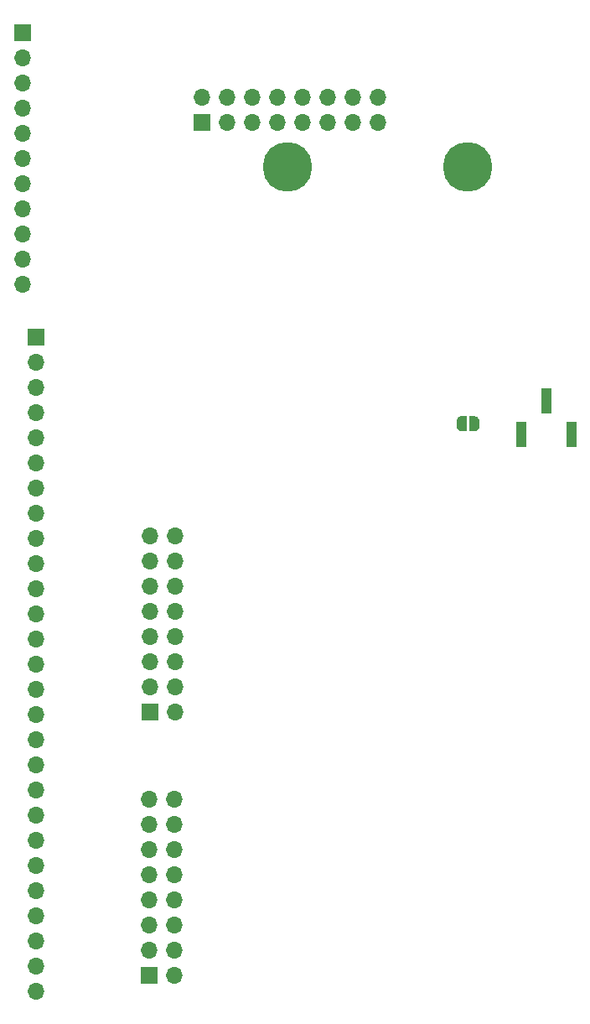
<source format=gbr>
G04 #@! TF.GenerationSoftware,KiCad,Pcbnew,5.1.5+dfsg1-2build2*
G04 #@! TF.CreationDate,2021-12-28T07:58:32+00:00*
G04 #@! TF.ProjectId,psion-org2-power,7073696f-6e2d-46f7-9267-322d706f7765,rev?*
G04 #@! TF.SameCoordinates,Original*
G04 #@! TF.FileFunction,Soldermask,Bot*
G04 #@! TF.FilePolarity,Negative*
%FSLAX46Y46*%
G04 Gerber Fmt 4.6, Leading zero omitted, Abs format (unit mm)*
G04 Created by KiCad (PCBNEW 5.1.5+dfsg1-2build2) date 2021-12-28 07:58:32*
%MOMM*%
%LPD*%
G04 APERTURE LIST*
%ADD10O,1.700000X1.700000*%
%ADD11R,1.700000X1.700000*%
%ADD12C,5.000000*%
%ADD13C,0.100000*%
%ADD14R,1.000000X2.510000*%
G04 APERTURE END LIST*
D10*
X82200000Y-128100000D03*
X82200000Y-125560000D03*
X82200000Y-123020000D03*
X82200000Y-120480000D03*
X82200000Y-117940000D03*
X82200000Y-115400000D03*
X82200000Y-112860000D03*
X82200000Y-110320000D03*
X82200000Y-107780000D03*
X82200000Y-105240000D03*
X82200000Y-102700000D03*
X82200000Y-100160000D03*
X82200000Y-97620000D03*
X82200000Y-95080000D03*
X82200000Y-92540000D03*
X82200000Y-90000000D03*
X82200000Y-87460000D03*
X82200000Y-84920000D03*
X82200000Y-82380000D03*
X82200000Y-79840000D03*
X82200000Y-77300000D03*
X82200000Y-74760000D03*
X82200000Y-72220000D03*
X82200000Y-69680000D03*
X82200000Y-67140000D03*
X82200000Y-64600000D03*
D11*
X82200000Y-62060000D03*
D12*
X125800000Y-44900000D03*
X107600000Y-44900000D03*
D13*
G36*
X126450000Y-70050602D02*
G01*
X126474534Y-70050602D01*
X126523365Y-70055412D01*
X126571490Y-70064984D01*
X126618445Y-70079228D01*
X126663778Y-70098005D01*
X126707051Y-70121136D01*
X126747850Y-70148396D01*
X126785779Y-70179524D01*
X126820476Y-70214221D01*
X126851604Y-70252150D01*
X126878864Y-70292949D01*
X126901995Y-70336222D01*
X126920772Y-70381555D01*
X126935016Y-70428510D01*
X126944588Y-70476635D01*
X126949398Y-70525466D01*
X126949398Y-70550000D01*
X126950000Y-70550000D01*
X126950000Y-71050000D01*
X126949398Y-71050000D01*
X126949398Y-71074534D01*
X126944588Y-71123365D01*
X126935016Y-71171490D01*
X126920772Y-71218445D01*
X126901995Y-71263778D01*
X126878864Y-71307051D01*
X126851604Y-71347850D01*
X126820476Y-71385779D01*
X126785779Y-71420476D01*
X126747850Y-71451604D01*
X126707051Y-71478864D01*
X126663778Y-71501995D01*
X126618445Y-71520772D01*
X126571490Y-71535016D01*
X126523365Y-71544588D01*
X126474534Y-71549398D01*
X126450000Y-71549398D01*
X126450000Y-71550000D01*
X125950000Y-71550000D01*
X125950000Y-70050000D01*
X126450000Y-70050000D01*
X126450000Y-70050602D01*
G37*
G36*
X125650000Y-71550000D02*
G01*
X125150000Y-71550000D01*
X125150000Y-71549398D01*
X125125466Y-71549398D01*
X125076635Y-71544588D01*
X125028510Y-71535016D01*
X124981555Y-71520772D01*
X124936222Y-71501995D01*
X124892949Y-71478864D01*
X124852150Y-71451604D01*
X124814221Y-71420476D01*
X124779524Y-71385779D01*
X124748396Y-71347850D01*
X124721136Y-71307051D01*
X124698005Y-71263778D01*
X124679228Y-71218445D01*
X124664984Y-71171490D01*
X124655412Y-71123365D01*
X124650602Y-71074534D01*
X124650602Y-71050000D01*
X124650000Y-71050000D01*
X124650000Y-70550000D01*
X124650602Y-70550000D01*
X124650602Y-70525466D01*
X124655412Y-70476635D01*
X124664984Y-70428510D01*
X124679228Y-70381555D01*
X124698005Y-70336222D01*
X124721136Y-70292949D01*
X124748396Y-70252150D01*
X124779524Y-70214221D01*
X124814221Y-70179524D01*
X124852150Y-70148396D01*
X124892949Y-70121136D01*
X124936222Y-70098005D01*
X124981555Y-70079228D01*
X125028510Y-70064984D01*
X125076635Y-70055412D01*
X125125466Y-70050602D01*
X125150000Y-70050602D01*
X125150000Y-70050000D01*
X125650000Y-70050000D01*
X125650000Y-71550000D01*
G37*
D14*
X133700000Y-68545000D03*
X131160000Y-71855000D03*
X136240000Y-71855000D03*
D10*
X116680000Y-37860000D03*
X116680000Y-40400000D03*
X114140000Y-37860000D03*
X114140000Y-40400000D03*
X111600000Y-37860000D03*
X111600000Y-40400000D03*
X109060000Y-37860000D03*
X109060000Y-40400000D03*
X106520000Y-37860000D03*
X106520000Y-40400000D03*
X103980000Y-37860000D03*
X103980000Y-40400000D03*
X101440000Y-37860000D03*
X101440000Y-40400000D03*
X98900000Y-37860000D03*
D11*
X98900000Y-40400000D03*
D10*
X96140000Y-108720000D03*
X93600000Y-108720000D03*
X96140000Y-111260000D03*
X93600000Y-111260000D03*
X96140000Y-113800000D03*
X93600000Y-113800000D03*
X96140000Y-116340000D03*
X93600000Y-116340000D03*
X96140000Y-118880000D03*
X93600000Y-118880000D03*
X96140000Y-121420000D03*
X93600000Y-121420000D03*
X96140000Y-123960000D03*
X93600000Y-123960000D03*
X96140000Y-126500000D03*
D11*
X93600000Y-126500000D03*
D10*
X96190000Y-82120000D03*
X93650000Y-82120000D03*
X96190000Y-84660000D03*
X93650000Y-84660000D03*
X96190000Y-87200000D03*
X93650000Y-87200000D03*
X96190000Y-89740000D03*
X93650000Y-89740000D03*
X96190000Y-92280000D03*
X93650000Y-92280000D03*
X96190000Y-94820000D03*
X93650000Y-94820000D03*
X96190000Y-97360000D03*
X93650000Y-97360000D03*
X96190000Y-99900000D03*
D11*
X93650000Y-99900000D03*
D10*
X80800000Y-56700000D03*
X80800000Y-54160000D03*
X80800000Y-51620000D03*
X80800000Y-49080000D03*
X80800000Y-46540000D03*
X80800000Y-44000000D03*
X80800000Y-41460000D03*
X80800000Y-38920000D03*
X80800000Y-36380000D03*
X80800000Y-33840000D03*
D11*
X80800000Y-31300000D03*
M02*

</source>
